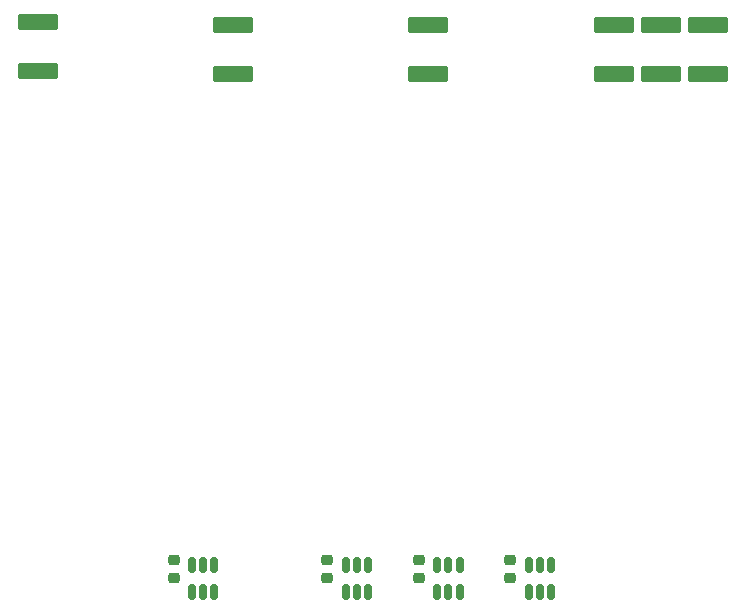
<source format=gbr>
G04 #@! TF.GenerationSoftware,KiCad,Pcbnew,8.0.6-1.fc40*
G04 #@! TF.CreationDate,2024-11-25T04:38:10-05:00*
G04 #@! TF.ProjectId,three_half_bridges,74687265-655f-4686-916c-665f62726964,rev?*
G04 #@! TF.SameCoordinates,Original*
G04 #@! TF.FileFunction,Paste,Bot*
G04 #@! TF.FilePolarity,Positive*
%FSLAX46Y46*%
G04 Gerber Fmt 4.6, Leading zero omitted, Abs format (unit mm)*
G04 Created by KiCad (PCBNEW 8.0.6-1.fc40) date 2024-11-25 04:38:10*
%MOMM*%
%LPD*%
G01*
G04 APERTURE LIST*
G04 Aperture macros list*
%AMRoundRect*
0 Rectangle with rounded corners*
0 $1 Rounding radius*
0 $2 $3 $4 $5 $6 $7 $8 $9 X,Y pos of 4 corners*
0 Add a 4 corners polygon primitive as box body*
4,1,4,$2,$3,$4,$5,$6,$7,$8,$9,$2,$3,0*
0 Add four circle primitives for the rounded corners*
1,1,$1+$1,$2,$3*
1,1,$1+$1,$4,$5*
1,1,$1+$1,$6,$7*
1,1,$1+$1,$8,$9*
0 Add four rect primitives between the rounded corners*
20,1,$1+$1,$2,$3,$4,$5,0*
20,1,$1+$1,$4,$5,$6,$7,0*
20,1,$1+$1,$6,$7,$8,$9,0*
20,1,$1+$1,$8,$9,$2,$3,0*%
G04 Aperture macros list end*
%ADD10RoundRect,0.150000X0.150000X-0.512500X0.150000X0.512500X-0.150000X0.512500X-0.150000X-0.512500X0*%
%ADD11RoundRect,0.225000X-0.250000X0.225000X-0.250000X-0.225000X0.250000X-0.225000X0.250000X0.225000X0*%
%ADD12RoundRect,0.249999X1.450001X-0.450001X1.450001X0.450001X-1.450001X0.450001X-1.450001X-0.450001X0*%
G04 APERTURE END LIST*
D10*
X136200000Y-125887500D03*
X135250000Y-125887500D03*
X134300000Y-125887500D03*
X134300000Y-123612500D03*
X135250000Y-123612500D03*
X136200000Y-123612500D03*
D11*
X148250000Y-123225000D03*
X148250000Y-124775000D03*
X119750000Y-123225000D03*
X119750000Y-124775000D03*
D10*
X123200000Y-125887500D03*
X122250000Y-125887500D03*
X121300000Y-125887500D03*
X121300000Y-123612500D03*
X122250000Y-123612500D03*
X123200000Y-123612500D03*
D12*
X157000000Y-82050000D03*
X157000000Y-77950000D03*
D11*
X132750000Y-123225000D03*
X132750000Y-124775000D03*
D12*
X108250000Y-81800000D03*
X108250000Y-77700000D03*
X141250000Y-82050000D03*
X141250000Y-77950000D03*
X165000000Y-82050000D03*
X165000000Y-77950000D03*
D11*
X140500000Y-123225000D03*
X140500000Y-124775000D03*
D10*
X151700000Y-125887500D03*
X150750000Y-125887500D03*
X149800000Y-125887500D03*
X149800000Y-123612500D03*
X150750000Y-123612500D03*
X151700000Y-123612500D03*
X143950000Y-125887500D03*
X143000000Y-125887500D03*
X142050000Y-125887500D03*
X142050000Y-123612500D03*
X143000000Y-123612500D03*
X143950000Y-123612500D03*
D12*
X161000000Y-82050000D03*
X161000000Y-77950000D03*
X124750000Y-82050000D03*
X124750000Y-77950000D03*
M02*

</source>
